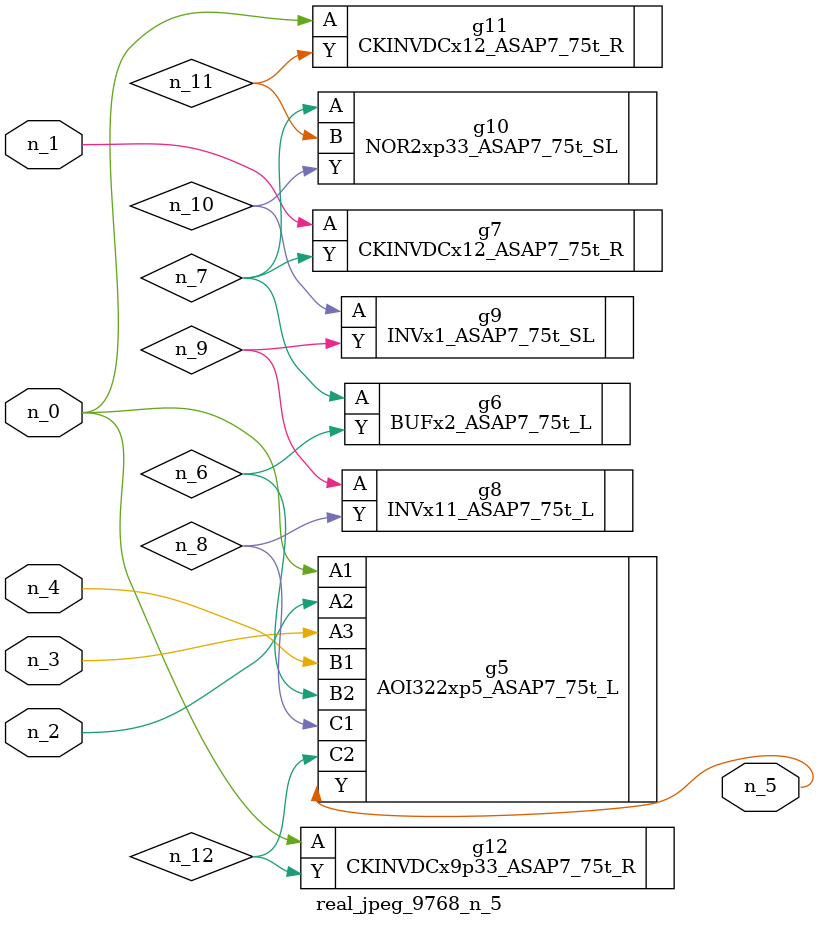
<source format=v>
module real_jpeg_9768_n_5 (n_4, n_0, n_1, n_2, n_3, n_5);

input n_4;
input n_0;
input n_1;
input n_2;
input n_3;

output n_5;

wire n_12;
wire n_8;
wire n_11;
wire n_6;
wire n_7;
wire n_10;
wire n_9;

AOI322xp5_ASAP7_75t_L g5 ( 
.A1(n_0),
.A2(n_2),
.A3(n_3),
.B1(n_4),
.B2(n_6),
.C1(n_8),
.C2(n_12),
.Y(n_5)
);

CKINVDCx12_ASAP7_75t_R g11 ( 
.A(n_0),
.Y(n_11)
);

CKINVDCx9p33_ASAP7_75t_R g12 ( 
.A(n_0),
.Y(n_12)
);

CKINVDCx12_ASAP7_75t_R g7 ( 
.A(n_1),
.Y(n_7)
);

BUFx2_ASAP7_75t_L g6 ( 
.A(n_7),
.Y(n_6)
);

NOR2xp33_ASAP7_75t_SL g10 ( 
.A(n_7),
.B(n_11),
.Y(n_10)
);

INVx11_ASAP7_75t_L g8 ( 
.A(n_9),
.Y(n_8)
);

INVx1_ASAP7_75t_SL g9 ( 
.A(n_10),
.Y(n_9)
);


endmodule
</source>
